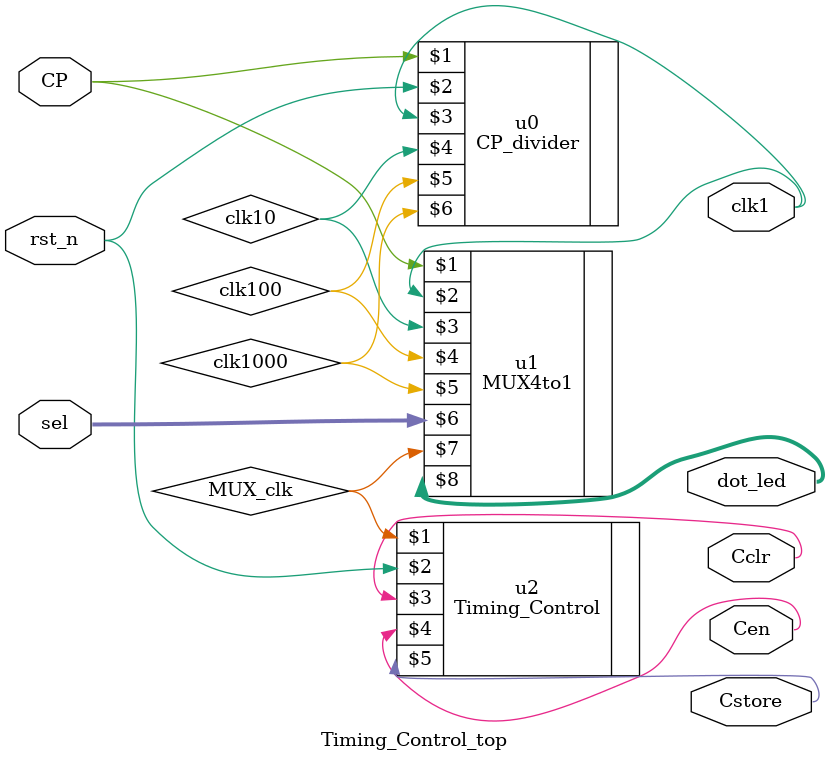
<source format=v>
`timescale 1ns / 1ps
module Timing_Control_top(CP,rst_n,sel,Cclr,Cen,Cstore,dot_led,clk1);
    input CP,rst_n;
    input [1:0] sel;
    output Cclr,Cen,Cstore;
    output [2:0] dot_led;
    output clk1;
    
    wire clk10,clk100,clk1000;
    wire MUX_clk;
    
    CP_divider u0 (CP,rst_n,clk1,clk10,clk100,clk1000);
    MUX4to1 u1(CP,clk1,clk10,clk100,clk1000,sel,MUX_clk,dot_led);
    Timing_Control u2(MUX_clk,rst_n,Cclr,Cen,Cstore);   
endmodule

</source>
